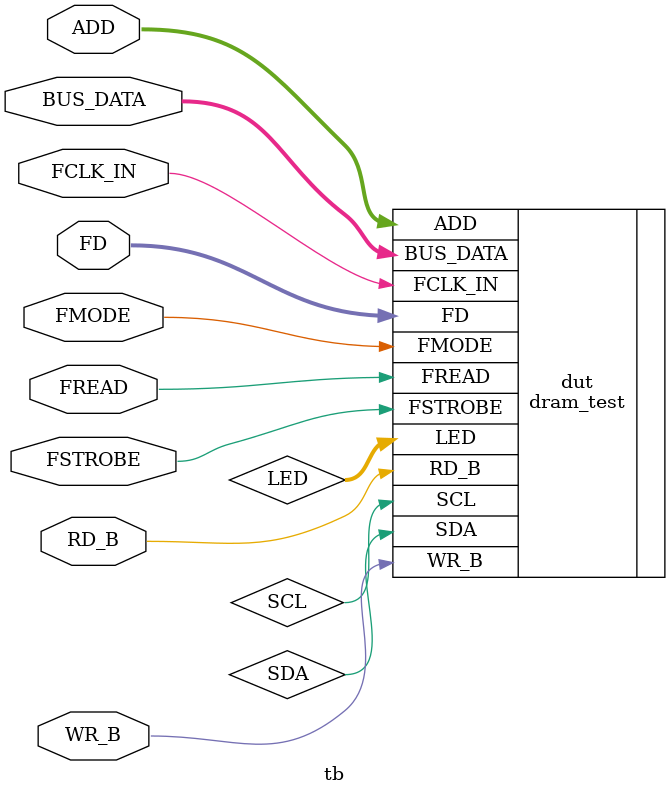
<source format=v>

`timescale 1ps / 1ps
`default_nettype none

module tb (
    
    input wire FCLK_IN, 
    
    //full speed 
    inout wire [7:0] BUS_DATA,
    input wire [31:0] ADD,
    input wire RD_B,
    input wire WR_B,
    
    //high speed
    inout wire [7:0] FD,
    input wire FREAD,
    input wire FSTROBE,
    input wire FMODE
    );   
    
    wire [4:0] LED;
    wire SDA;
    wire SCL;
    
    dram_test dut(.FCLK_IN(FCLK_IN), 
                  .BUS_DATA(BUS_DATA), .ADD(ADD), .RD_B(RD_B), .WR_B(WR_B),
                  .FD(FD), .FREAD(FREAD), .FSTROBE(FSTROBE), .FMODE(FMODE),
                  .LED(LED), .SDA(SDA), .SCL(SCL) );
  
    defparam dut.i_out_fifo.DEPTH = 32'h8000;


    initial begin
        $dumpfile("dram_test.vcd");
        $dumpvars(0);
    end

endmodule

</source>
